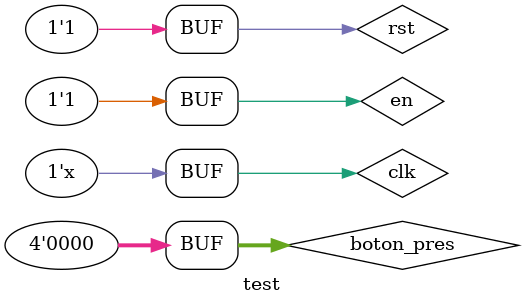
<source format=v>
`timescale 1ns / 1ps


module test;

	// Inputs
	reg en;
	reg clk;
	reg rst;
	reg [3:0] boton_pres;

	// Outputs
	wire [1:0] piso;
	wire [1:0] accion;
	wire puertas;

	// Instantiate the Unit Under Test (UUT)
	maquina_estados uut(
		.en(en), 
		.clk(clk), 
		.rst(rst), 
		.piso(piso),
		.accion(accion),
		.puertas(puertas)
	);

initial begin
		// Initialize Inputs
		en = 0;
		clk = 0;
		rst = 0;
		boton_pres <= 0;
		#5 rst = 1;
			en=1;
			/*
		#15 boton_pres <= 2;
		#20 boton_pres <= 2;
		#20 boton_pres <= 5;
		#20 boton_pres <= 1;
		#20 boton_pres <= 2;
		#20 boton_pres <= 3;
		#20 boton_pres <= 4;
		#20 boton_pres <= 4;
		#20 boton_pres <= 3;
		#20 boton_pres <= 3;
		#20 boton_pres <= 0;
		#20 boton_pres <= 2;
		*/
	end
	
	always
	begin
	clk =~ clk;
	end
      
endmodule


</source>
